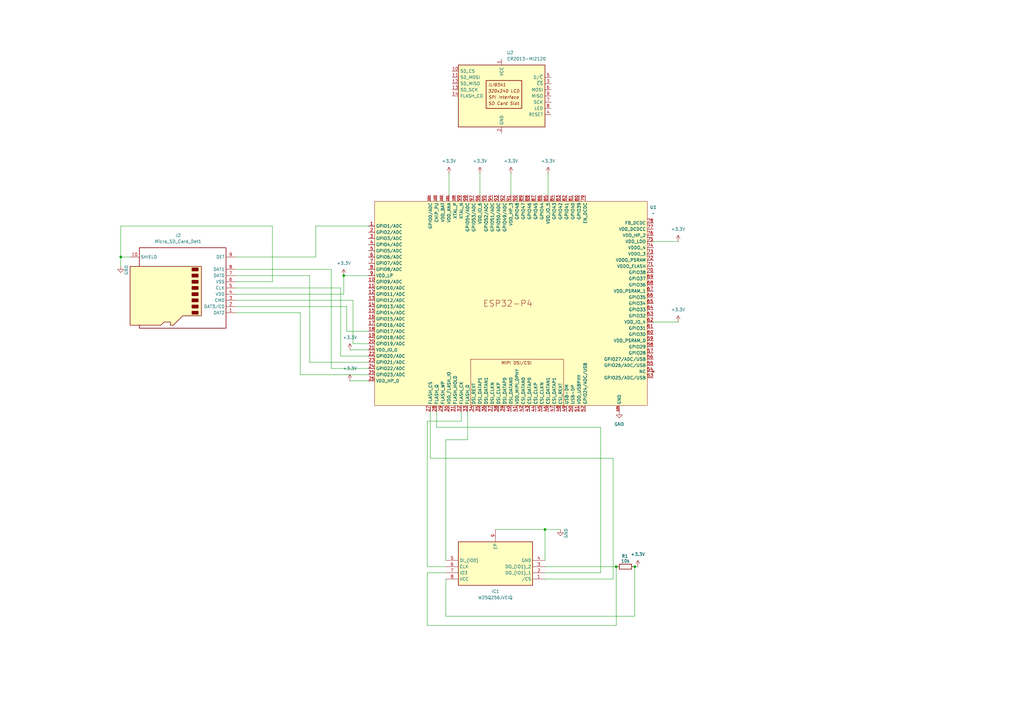
<source format=kicad_sch>
(kicad_sch (version 20250114) (generator "eeschema") (generator_version "9.0")
  (paper "A3")
  (lib_symbols
    (symbol "Connector:Micro_SD_Card_Det1"
      (property "Reference" "J" (at -16.51 17.78 0))
      (property "Value" "Micro_SD_Card_Det1" (at 16.51 17.78 0))
      (symbol "Micro_SD_Card_Det1_0_1"
        (polyline (pts (xy -8.89 -8.89) (xy -8.89 11.43) (xy -1.27 11.43) (xy 2.54 15.24) (xy 3.81 15.24) (xy 3.81 13.97) (xy 6.35 13.97) (xy 7.62 15.24) (xy 20.32 15.24) (xy 20.32 -8.89) (xy -8.89 -8.89)) (stroke (width 0.254)) (fill (type background)))
        (rectangle (start -7.62 10.795) (end -5.08 9.525) (stroke (width 0.254)) (fill (type outline)))
        (rectangle (start -7.62 8.255) (end -5.08 6.985) (stroke (width 0.254)) (fill (type outline)))
        (rectangle (start -7.62 5.715) (end -5.08 4.445) (stroke (width 0.254)) (fill (type outline)))
        (rectangle (start -7.62 3.175) (end -5.08 1.905) (stroke (width 0.254)) (fill (type outline)))
        (rectangle (start -7.62 0.635) (end -5.08 -0.635) (stroke (width 0.254)) (fill (type outline)))
        (rectangle (start -7.62 -1.905) (end -5.08 -3.175) (stroke (width 0.254)) (fill (type outline)))
        (rectangle (start -7.62 -4.445) (end -5.08 -5.715) (stroke (width 0.254)) (fill (type outline)))
        (rectangle (start -7.62 -6.985) (end -5.08 -8.255) (stroke (width 0.254)) (fill (type outline)))
        (polyline (pts (xy 16.51 15.24) (xy 16.51 16.51) (xy -19.05 16.51) (xy -19.05 -16.51) (xy 16.51 -16.51) (xy 16.51 -8.89)) (stroke (width 0.254)))
      )
      (symbol "Micro_SD_Card_Det1_1_1"
        (pin bidirectional line (at -22.86 10.16 0) (length 3.81) (name "DAT2") (number "1"))
        (pin bidirectional line (at -22.86 7.62 0) (length 3.81) (name "DAT3/CD") (number "2"))
        (pin input line (at -22.86 5.08 0) (length 3.81) (name "CMD") (number "3"))
        (pin power_in line (at -22.86 2.54 0) (length 3.81) (name "VDD") (number "4"))
        (pin input line (at -22.86 0 0) (length 3.81) (name "CLK") (number "5"))
        (pin power_in line (at -22.86 -2.54 0) (length 3.81) (name "VSS") (number "6"))
        (pin bidirectional line (at -22.86 -5.08 0) (length 3.81) (name "DAT0") (number "7"))
        (pin bidirectional line (at -22.86 -7.62 0) (length 3.81) (name "DAT1") (number "8"))
        (pin passive line (at -22.86 -12.7 0) (length 3.81) (name "DET") (number "9"))
        (pin passive line (at 20.32 -12.7 180) (length 3.81) (name "SHIELD") (number "10"))
      )
    )
    (symbol "Device:R" (pin_numbers (hide yes)) (pin_names (offset 0))
      (property "Reference" "R" (at 2.032 0 90))
      (property "Value" "R" (at 0 0 90))
      (symbol "R_0_1"
        (rectangle (start -1.016 -2.54) (end 1.016 2.54) (stroke (width 0.254)))
      )
      (symbol "R_1_1"
        (pin passive line (at 0 3.81 270) (length 1.27) (name "~") (number "1"))
        (pin passive line (at 0 -3.81 90) (length 1.27) (name "~") (number "2"))
      )
    )
    (symbol "Driver_Display:CR2013-MI2120" (pin_names (offset 0.762))
      (property "Reference" "U" (at -17.526 13.97 0))
      (property "Value" "CR2013-MI2120" (at 1.905 13.97 0))
      (symbol "CR2013-MI2120_0_0"
        (text "ILI9341" (at -5.461 4.572 0) (effects (font (size 1.27 1.27) (italic yes)) (justify left)))
        (text "SPI Interface" (at -5.461 -0.508 0) (effects (font (size 1.27 1.27) (italic yes)) (justify left)))
        (text "SD Card Slot" (at -5.461 -3.048 0) (effects (font (size 1.27 1.27) (italic yes)) (justify left)))
        (text "320x240 LCD" (at 0.889 2.032 0) (effects (font (size 1.27 1.27) (italic yes))))
      )
      (symbol "CR2013-MI2120_0_1"
        (rectangle (start -17.78 12.7) (end 17.78 -12.7) (stroke (width 0.254)) (fill (type background)))
        (rectangle (start -6.35 6.35) (end 8.255 -5.08) (stroke (width 0.254)))
      )
      (symbol "CR2013-MI2120_1_1"
        (pin input line (at -20.32 10.16 0) (length 2.54) (name "SD_CS") (number "10"))
        (pin input line (at -20.32 7.62 0) (length 2.54) (name "SD_MOSI") (number "11"))
        (pin output line (at -20.32 5.08 0) (length 2.54) (name "SD_MISO") (number "12"))
        (pin input line (at -20.32 2.54 0) (length 2.54) (name "SD_SCK") (number "13"))
        (pin input line (at -20.32 0 0) (length 2.54) (name "FLASH_CD") (number "14"))
        (pin power_in line (at 0 15.24 270) (length 2.54) (name "VCC") (number "1"))
        (pin power_in line (at 0 -15.24 90) (length 2.54) (name "GND") (number "2"))
        (pin input line (at 20.32 7.62 180) (length 2.54) (name "D/~{C}") (number "5"))
        (pin input line (at 20.32 5.08 180) (length 2.54) (name "~{CS}") (number "3"))
        (pin input line (at 20.32 2.54 180) (length 2.54) (name "MOSI") (number "6"))
        (pin output line (at 20.32 0 180) (length 2.54) (name "MISO") (number "9"))
        (pin input line (at 20.32 -2.54 180) (length 2.54) (name "SCK") (number "7"))
        (pin input line (at 20.32 -5.08 180) (length 2.54) (name "LED") (number "8"))
        (pin input line (at 20.32 -7.62 180) (length 2.54) (name "RESET") (number "4"))
      )
    )
    (symbol "PCM_Espressif:ESP32-P4"
      (property "Reference" "U" (at -54.61 43.688 0))
      (symbol "ESP32-P4_1_0"
        (polyline (pts (xy -4.5252 14.5008) (xy -4.7395 14.2776) (xy -4.9415 14.045) (xy -5.131 13.8036) (xy -5.3078 13.5539) (xy -5.4717 13.2963) (xy -5.6225 13.0315) (xy -5.7599 12.7599) (xy -5.8838 12.482) (xy -5.9939 12.1985) (xy -6.0901 11.9096) (xy -6.172 11.6161) (xy -6.2395 11.3184) (xy -6.2924 11.017) (xy -6.3305 10.7125) (xy -6.3535 10.4053) (xy -6.3612 10.096) (xy -6.3535 9.7867) (xy -6.3305 9.4795) (xy -6.2924 9.175) (xy -6.2395 8.8736) (xy -6.172 8.5759) (xy -6.0901 8.2824) (xy -5.9939 7.9936) (xy -5.8838 7.71) (xy -5.7599 7.4321) (xy -5.6225 7.1605) (xy -5.4717 6.8957) (xy -5.3078 6.6381) (xy -5.131 6.3884) (xy -4.9415 6.147) (xy -4.7395 5.9144) (xy -4.5252 5.6912) (xy -4.302 5.477) (xy -4.0694 5.275) (xy -3.828 5.0855) (xy -3.5783 4.9087) (xy -3.3208 4.7448) (xy -3.0559 4.594) (xy -2.7843 4.4565) (xy -2.5065 4.3326) (xy -2.2229 4.2225) (xy -1.9341 4.1264) (xy -1.6406 4.0444) (xy -1.3428 3.9769) (xy -1.0415 3.924) (xy -0.7369 3.886) (xy -0.4297 3.863) (xy -0.1204 3.8553) (xy 0.1889 3.863) (xy 0.496 3.886) (xy 0.8006 3.924) (xy 1.102 3.9769) (xy 1.3997 4.0444) (xy 1.6932 4.1264) (xy 1.982 4.2225) (xy 2.2656 4.3326) (xy 2.5435 4.4565) (xy 2.8151 4.594) (xy 3.0799 4.7448) (xy 3.3374 4.9087) (xy 3.5871 5.0855) (xy 3.8286 5.275) (xy 4.0611 5.477) (xy 4.2843 5.6912) (xy 4.6426 5.333) (xy 4.398 5.1039) (xy 4.1433 4.8884) (xy 3.8791 4.6866) (xy 3.6061 4.4988) (xy 3.3247 4.3252) (xy 3.0356 4.166) (xy 2.7394 4.0215) (xy 2.4365 3.8919) (xy 2.1276 3.7774) (xy 1.8132 3.6783) (xy 1.4939 3.5947) (xy 1.1704 3.5269) (xy 0.8431 3.4752) (xy 0.5126 3.4397) (xy 0.1795 3.4206) (xy -0.1557 3.4183) (xy -0.5004 3.427) (xy -0.8406 3.4528) (xy -1.1759 3.4953) (xy -1.5058 3.554) (xy -1.83 3.6286) (xy -2.148 3.7187) (xy -2.4594 3.8237) (xy -2.7638 3.9434) (xy -3.0608 4.0772) (xy -3.3499 4.2248) (xy -3.6308 4.3857) (xy -3.9029 4.5595) (xy -4.166 4.7459) (xy -4.4195 4.9443) (xy -4.663 5.1545) (xy -4.8962 5.3758) (xy -5.1186 5.6081) (xy -5.3298 5.8507) (xy -5.5294 6.1033) (xy -5.7169 6.3655) (xy -5.8919 6.6369) (xy -6.0541 6.9171) (xy -6.2029 7.2055) (xy -6.338 7.5019) (xy -6.459 7.8058) (xy -6.5654 8.1168) (xy -6.6568 8.4344) (xy -6.7328 8.7582) (xy -6.793 9.0879) (xy -6.837 9.423) (xy -6.8642 9.7631) (xy -6.8744 10.1077) (xy -6.8671 10.4411) (xy -6.8433 10.7723) (xy -6.8032 11.1006) (xy -6.7471 11.4256) (xy -6.6752 11.7466) (xy -6.5877 12.0632) (xy -6.4848 12.3747) (xy -6.3669 12.6806) (xy -6.234 12.9804) (xy -6.0865 13.2734) (xy -5.9246 13.5592) (xy -5.7485 13.8371) (xy -5.5585 14.1066) (xy -5.3547 14.3671) (xy -5.1374 14.6181) (xy -4.9069 14.8591) (xy -4.5252 14.5008)) (stroke (width -0.0001)) (fill (type color) (color 231 53 44 1)))
        (polyline (pts (xy -3.6305 7.4286) (xy -3.5877 7.4254) (xy -3.5453 7.4201) (xy -3.5033 7.4128) (xy -3.4618 7.4034) (xy -3.4208 7.3921) (xy -3.3806 7.3787) (xy -3.341 7.3635) (xy -3.3022 7.3463) (xy -3.2643 7.3272) (xy -3.2274 7.3063) (xy -3.1914 7.2836) (xy -3.1565 7.2591) (xy -3.1228 7.2328) (xy -3.0902 7.2048) (xy -3.059 7.1751) (xy -3.0293 7.1438) (xy -3.0013 7.1113) (xy -2.975 7.0776) (xy -2.9505 7.0427) (xy -2.9277 7.0067) (xy -2.9068 6.9697) (xy -2.8878 6.9318) (xy -2.8706 6.8931) (xy -2.8553 6.8535) (xy -2.842 6.8132) (xy -2.8306 6.7723) (xy -2.8213 6.7308) (xy -2.8139 6.6888) (xy -2.8087 6.6463) (xy -2.8055 6.6035) (xy -2.8044 6.5604) (xy -2.8069 6.495) (xy -2.8142 6.4305) (xy -2.8261 6.3673) (xy -2.8426 6.3056) (xy -2.8635 6.2455) (xy -2.8886 6.1873) (xy -2.9178 6.1313) (xy -2.9509 6.0775) (xy -2.9879 6.0263) (xy -3.0285 5.9779) (xy -3.0726 5.9324) (xy -3.1201 5.8902) (xy -3.1709 5.8513) (xy -3.2247 5.8161) (xy -3.2814 5.7847) (xy -3.341 5.7574) (xy -3.4024 5.7346) (xy -3.4648 5.7167) (xy -3.5277 5.7035) (xy -3.5911 5.6951) (xy -3.6546 5.6914) (xy -3.7179 5.6923) (xy -3.7809 5.6979) (xy -3.8432 5.7079) (xy -3.9046 5.7225) (xy -3.9649 5.7415) (xy -4.0238 5.7649) (xy -4.081 5.7926) (xy -4.1364 5.8246) (xy -4.1895 5.8608) (xy -4.2402 5.9012) (xy -4.2883 5.9458) (xy -4.3328 5.9938) (xy -4.3732 6.0446) (xy -4.4095 6.0977) (xy -4.4415 6.153) (xy -4.4692 6.2102) (xy -4.4926 6.2691) (xy -4.5116 6.3294) (xy -4.5261 6.3909) (xy -4.5362 6.4532) (xy -4.5417 6.5162) (xy -4.5427 6.5795) (xy -4.539 6.643) (xy -4.5305 6.7063) (xy -4.5174 6.7693) (xy -4.4995 6.8316) (xy -4.4767 6.8931) (xy -4.4635 6.9232) (xy -4.4493 6.9526) (xy -4.4341 6.9814) (xy -4.418 7.0094) (xy -4.4008 7.0367) (xy -4.3827 7.0632) (xy -4.3637 7.089) (xy -4.3439 7.1139) (xy -4.3232 7.1381) (xy -4.3016 7.1614) (xy -4.2793 7.1839) (xy -4.2562 7.2056) (xy -4.2323 7.2263) (xy -4.2077 7.2462) (xy -4.1825 7.2651) (xy -4.1565 7.2832) (xy -4.13 7.3002) (xy -4.1028 7.3163) (xy -4.0751 7.3314) (xy -4.0467 7.3455) (xy -4.0179 7.3586) (xy -3.9886 7.3706) (xy -3.9588 7.3816) (xy -3.9285 7.3915) (xy -3.8978 7.4003) (xy -3.8668 7.408) (xy -3.8353 7.4145) (xy -3.8036 7.4199) (xy -3.7715 7.4241) (xy -3.7391 7.4272) (xy -3.7065 7.429) (xy -3.6736 7.4296) (xy -3.6305 7.4286)) (stroke (width -0.0001)) (fill (type color) (color 231 53 44 1)))
        (polyline (pts (xy -3.618 12.6264) (xy -3.5535 12.6242) (xy -3.4891 12.6206) (xy -3.4247 12.6154) (xy -3.3605 12.6088) (xy -3.2964 12.6008) (xy -3.2324 12.5913) (xy -3.1686 12.5803) (xy -2.8758 12.5285) (xy -2.5881 12.464) (xy -2.3057 12.3871) (xy -2.0291 12.2981) (xy -1.7583 12.1973) (xy -1.4937 12.0851) (xy -1.2356 11.9618) (xy -0.9842 11.8278) (xy -0.7399 11.6832) (xy -0.5028 11.5285) (xy -0.2734 11.3639) (xy -0.0517 11.1898) (xy 0.1618 11.0066) (xy 0.3669 10.8144) (xy 0.5634 10.6137) (xy 0.7509 10.4048) (xy 0.9292 10.1879) (xy 1.098 9.9635) (xy 1.257 9.7317) (xy 1.4061 9.493) (xy 1.5447 9.2477) (xy 1.6728 8.996) (xy 1.7901 8.7384) (xy 1.8962 8.475) (xy 1.9909 8.2063) (xy 2.0739 7.9326) (xy 2.1449 7.6541) (xy 2.2037 7.3713) (xy 2.25 7.0843) (xy 2.2835 6.7936) (xy 2.3039 6.4995) (xy 2.311 6.2022) (xy 2.3098 6.0507) (xy 2.305 5.8994) (xy 2.2965 5.7483) (xy 2.2844 5.5975) (xy 2.2686 5.447) (xy 2.2492 5.2969) (xy 2.2261 5.1473) (xy 2.1994 4.9982) (xy 2.0925 4.9484) (xy 1.9845 4.9008) (xy 1.8757 4.8555) (xy 1.7659 4.8125) (xy 1.6553 4.7718) (xy 1.5438 4.7333) (xy 1.4315 4.6972) (xy 1.3185 4.6634) (xy 0.2965 4.9512) (xy 0.3243 5.0485) (xy 0.3496 5.1464) (xy 0.3725 5.2448) (xy 0.3928 5.3438) (xy 0.4107 5.4433) (xy 0.4261 5.5432) (xy 0.4389 5.6435) (xy 0.4492 5.7441) (xy 0.4666 5.9799) (xy 0.4719 6.2138) (xy 0.4656 6.4456) (xy 0.4477 6.6747) (xy 0.4187 6.901) (xy 0.3788 7.1242) (xy 0.3281 7.3438) (xy 0.267 7.5597) (xy 0.1958 7.7714) (xy 0.1146 7.9787) (xy 0.0237 8.1813) (xy -0.0765 8.3788) (xy -0.1859 8.5709) (xy -0.3042 8.7574) (xy -0.4311 8.9378) (xy -0.5665 9.112) (xy -0.7099 9.2795) (xy -0.8612 9.4401) (xy -1.0201 9.5934) (xy -1.1864 9.7391) (xy -1.3597 9.877) (xy -1.5399 10.0067) (xy -1.7267 10.1278) (xy -1.9199 10.2401) (xy -2.1191 10.3433) (xy -2.3241 10.437) (xy -2.5346 10.521) (xy -2.7505 10.5948) (xy -2.9714 10.6583) (xy -3.1971 10.7111) (xy -3.4274 10.7528) (xy -3.6619 10.7831) (xy -3.6793 10.7845) (xy -3.6967 10.7851) (xy -3.714 10.7847) (xy -3.7313 10.7835) (xy -3.7484 10.7814) (xy -3.7653 10.7785) (xy -3.7821 10.7748) (xy -3.7987 10.7702) (xy -3.815 10.7648) (xy -3.831 10.7586) (xy -3.8467 10.7516) (xy -3.8621 10.7438) (xy -3.8771 10.7353) (xy -3.8917 10.726) (xy -3.9059 10.7159) (xy -3.9196 10.7051) (xy -3.9328 10.6936) (xy -3.9453 10.6815) (xy -3.9571 10.6688) (xy -3.9683 10.6556) (xy -3.9788 10.6419) (xy -3.9885 10.6278) (xy -3.9975 10.6131) (xy -4.0058 10.5981) (xy -4.0133 10.5826) (xy -4.0201 10.5668) (xy -4.0261 10.5507) (xy -4.0312 10.5343) (xy -4.0356 10.5175) (xy -4.0391 10.5006) (xy -4.0418 10.4834) (xy -4.0436 10.466) (xy -4.0442 10.4485) (xy -4.044 10.4311) (xy -4.0429 10.414) (xy -4.041 10.397) (xy -4.0383 10.3803) (xy -4.0349 10.3638) (xy -4.0307 10.3475) (xy -4.0258 10.3316) (xy -4.0201 10.3159) (xy -4.0137 10.3006) (xy -4.0067 10.2857) (xy -3.999 10.2711) (xy -3.9907 10.2569) (xy -3.9817 10.2431) (xy -3.9721 10.2298) (xy -3.9619 10.2169) (xy -3.9511 10.2045) (xy -3.9398 10.1925) (xy -3.9279 10.1812) (xy -3.9156 10.1703) (xy -3.9027 10.16) (xy -3.8893 10.1503) (xy -3.8754 10.1412) (xy -3.8611 10.1328) (xy -3.8463 10.1249) (xy -3.8312 10.1178) (xy -3.8156 10.1113) (xy -3.7997 10.1056) (xy -3.7833 10.1006) (xy -3.7667 10.0963) (xy -3.7497 10.0928) (xy -3.7324 10.0901) (xy -3.5982 10.0737) (xy -3.4649 10.0526) (xy -3.3328 10.0268) (xy -3.2018 9.9964) (xy -3.0721 9.9615) (xy -2.9438 9.9222) (xy -2.8171 9.8783) (xy -2.6921 9.8301) (xy -2.5688 9.7775) (xy -2.4474 9.7206) (xy -2.3279 9.6594) (xy -2.2106 9.5941) (xy -2.0956 9.5245) (xy -1.9828 9.4509) (xy -1.8726 9.3732) (xy -1.7649 9.2914) (xy -1.5689 9.133) (xy -1.3849 8.9636) (xy -1.2132 8.7839) (xy -1.054 8.5945) (xy -0.9076 8.3962) (xy -0.7744 8.1897) (xy -0.6546 7.9756) (xy -0.5486 7.7546) (xy -0.4567 7.5274) (xy -0.3791 7.2946) (xy -0.3162 7.057) (xy -0.2682 6.8153) (xy -0.2355 6.5701) (xy -0.2184 6.3221) (xy -0.2171 6.072) (xy -0.232 5.8204) (xy -0.2379 5.8498) (xy -0.2474 5.7618) (xy -0.259 5.6741) (xy -0.2725 5.5868) (xy -0.2881 5.4998) (xy -0.3056 5.4133) (xy -0.325 5.3272) (xy -0.3464 5.2417) (xy -0.3698 5.1566) (xy -0.3951 5.0721) (xy -0.4223 4.9882) (xy -0.4514 4.9049) (xy -0.4825 4.8223) (xy -0.5154 4.7404) (xy -0.5502 4.6591) (xy -0.5869 4.5787) (xy -0.6255 4.499) (xy -0.7594 4.5091) (xy -0.8929 4.5226) (xy -1.026 4.5396) (xy -1.1586 4.56) (xy -1.2906 4.5837) (xy -1.422 4.6108) (xy -1.5527 4.6413) (xy -1.6827 4.6752) (xy -2.3874 5.1275) (xy -2.3483 5.1901) (xy -2.3116 5.2539) (xy -2.2773 5.3189) (xy -2.2455 5.3849) (xy -2.216 5.452) (xy -2.189 5.52) (xy -2.1645 5.5889) (xy -2.1425 5.6587) (xy -2.123 5.7291) (xy -2.106 5.8003) (xy -2.0916 5.872) (xy -2.0797 5.9443) (xy -2.0705 6.017) (xy -2.0639 6.0902) (xy -2.0599 6.1637) (xy -2.0585 6.2374) (xy -2.0607 6.3312) (xy -2.0669 6.424) (xy -2.0773 6.5157) (xy -2.0916 6.6063) (xy -2.1099 6.6956) (xy -2.1319 6.7836) (xy -2.1577 6.8701) (xy -2.1872 6.9551) (xy -2.2203 7.0384) (xy -2.2568 7.1199) (xy -2.2967 7.1996) (xy -2.34 7.2774) (xy -2.3865 7.3531) (xy -2.4362 7.4267) (xy -2.4889 7.498) (xy -2.5446 7.5669) (xy -2.6032 7.6334) (xy -2.6646 7.6974) (xy -2.7288 7.7587) (xy -2.7956 7.8172) (xy -2.865 7.873) (xy -2.9368 7.9257) (xy -3.0111 7.9754) (xy -3.0877 8.022) (xy -3.1665 8.0654) (xy -3.2474 8.1053) (xy -3.3304 8.1419) (xy -3.4154 8.1749) (xy -3.5023 8.2043) (xy -3.591 8.2299) (xy -3.6814 8.2516) (xy -3.7735 8.2695) (xy -3.8431 8.2786) (xy -3.9125 8.2887) (xy -3.9818 8.2998) (xy -4.0509 8.3118) (xy -4.1198 8.3248) (xy -4.1886 8.3387) (xy -4.2572 8.3535) (xy -4.3255 8.3693) (xy -4.4547 8.416) (xy -4.5798 8.4702) (xy -4.7006 8.5317) (xy -4.8168 8.6002) (xy -4.9283 8.6755) (xy -5.0346 8.7572) (xy -5.1356 8.845) (xy -5.231 8.9388) (xy -5.3205 9.0382) (xy -5.4038 9.143) (xy -5.4808 9.2528) (xy -5.551 9.3675) (xy -5.6144 9.4866) (xy -5.6705 9.61) (xy -5.7192 9.7374) (xy -5.7601 9.8685) (xy -5.7927 10.0018) (xy -5.8169 10.136) (xy -5.8326 10.2706) (xy -5.8399 10.4054) (xy -5.839 10.5398) (xy -5.8299 10.6736) (xy -5.8126 10.8064) (xy -5.7874 10.9378) (xy -5.7541 11.0673) (xy -5.7131 11.1948) (xy -5.6642 11.3197) (xy -5.6077 11.4417) (xy -5.5436 11.5604) (xy -5.4719 11.6755) (xy -5.3928 11.7865) (xy -5.3063 11.8932) (xy -5.2502 11.9547) (xy -5.192 12.014) (xy -5.1318 12.071) (xy -5.0696 12.1256) (xy -5.0055 12.1778) (xy -4.9396 12.2275) (xy -4.8719 12.2748) (xy -4.8026 12.3195) (xy -4.7316 12.3616) (xy -4.6592 12.4011) (xy -4.5852 12.4379) (xy -4.5099 12.472) (xy -4.4333 12.5033) (xy -4.3555 12.5319) (xy -4.2765 12.5575) (xy -4.1963 12.5803) (xy -4.1325 12.5913) (xy -4.0686 12.6008) (xy -4.0044 12.6088) (xy -3.9402 12.6154) (xy -3.8758 12.6206) (xy -3.8114 12.6242) (xy -3.7469 12.6264) (xy -3.6824 12.6271) (xy -3.618 12.6264)) (stroke (width -0.0001)) (fill (type color) (color 231 53 44 1)))
        (polyline (pts (xy -2.4888 15.0391) (xy -2.1257 14.9638) (xy -1.7681 14.8742) (xy -1.4164 14.7707) (xy -1.071 14.6535) (xy -0.732 14.523) (xy -0.3999 14.3795) (xy -0.075 14.2232) (xy 0.2426 14.0546) (xy 0.5523 13.8739) (xy 0.854 13.6814) (xy 1.1474 13.4774) (xy 1.7076 13.0362) (xy 2.2307 12.5528) (xy 2.714 12.0298) (xy 3.1552 11.4695) (xy 3.3592 11.1762) (xy 3.5517 10.8745) (xy 3.7324 10.5647) (xy 3.9011 10.2472) (xy 4.0573 9.9222) (xy 4.2008 9.5901) (xy 4.3313 9.2512) (xy 4.4485 8.9057) (xy 4.552 8.554) (xy 4.6416 8.1965) (xy 4.7169 7.8333) (xy 4.7777 7.4649) (xy 4.682 7.2953) (xy 4.581 7.1291) (xy 4.4747 6.9663) (xy 4.3632 6.807) (xy 4.2466 6.6514) (xy 4.1251 6.4997) (xy 3.9986 6.3518) (xy 3.8674 6.208) (xy 3.0275 6.208) (xy 3.0176 6.5755) (xy 2.9895 6.9381) (xy 2.9436 7.2955) (xy 2.8803 7.6471) (xy 2.8001 7.9925) (xy 2.7035 8.3313) (xy 2.5908 8.6631) (xy 2.4626 8.9873) (xy 2.3193 9.3035) (xy 2.1612 9.6113) (xy 1.989 9.9103) (xy 1.803 10.2) (xy 1.6037 10.4799) (xy 1.3915 10.7496) (xy 1.1669 11.0086) (xy 0.9303 11.2566) (xy 0.6821 11.493) (xy 0.4229 11.7174) (xy 0.153 11.9294) (xy -0.1271 12.1285) (xy -0.4169 12.3142) (xy -0.716 12.4862) (xy -1.0239 12.644) (xy -1.3403 12.787) (xy -1.6646 12.915) (xy -1.9964 13.0274) (xy -2.3353 13.1237) (xy -2.6808 13.2036) (xy -3.0325 13.2666) (xy -3.3899 13.3123) (xy -3.7525 13.3401) (xy -4.12 13.3497) (xy -4.12 14.1895) (xy -3.9763 14.3219) (xy -3.8282 14.4491) (xy -3.676 14.5711) (xy -3.5198 14.6879) (xy -3.3596 14.7992) (xy -3.1958 14.9051) (xy -3.0283 15.0053) (xy -2.8573 15.0998) (xy -2.4888 15.0391)) (stroke (width -0.0001)) (fill (type color) (color 231 53 44 1)))
        (polyline (pts (xy 0.0716 15.7459) (xy 0.3596 15.7254) (xy 0.6435 15.6907) (xy 0.9229 15.6421) (xy 1.1975 15.58) (xy 1.4668 15.5048) (xy 1.7305 15.4167) (xy 1.9883 15.3162) (xy 2.2398 15.2037) (xy 2.4847 15.0794) (xy 2.7225 14.9437) (xy 2.953 14.797) (xy 3.1757 14.6397) (xy 3.3903 14.4721) (xy 3.5964 14.2945) (xy 3.7938 14.1074) (xy 3.9819 13.911) (xy 4.1606 13.7058) (xy 4.3293 13.492) (xy 4.4878 13.2701) (xy 4.6357 13.0404) (xy 4.7726 12.8033) (xy 4.8981 12.5591) (xy 5.012 12.3082) (xy 5.1138 12.0509) (xy 5.2032 11.7876) (xy 5.2799 11.5187) (xy 5.3434 11.2445) (xy 5.3934 10.9653) (xy 5.4296 10.6816) (xy 5.4516 10.3937) (xy 5.459 10.1019) (xy 5.4548 9.9773) (xy 5.4517 9.9103) (xy 5.4473 9.8524) (xy 5.4417 9.8005) (xy 5.4349 9.7519) (xy 5.4268 9.7037) (xy 5.4173 9.6529) (xy 5.3943 9.5322) (xy 5.0185 9.3971) (xy 4.8209 9.9121) (xy 4.5958 10.4122) (xy 4.3441 10.8965) (xy 4.0667 11.3641) (xy 3.7645 11.8142) (xy 3.4385 12.2458) (xy 3.0894 12.658) (xy 2.7183 13.0499) (xy 2.326 13.4207) (xy 1.9135 13.7693) (xy 1.4815 14.0949) (xy 1.0312 14.3967) (xy 0.5632 14.6736) (xy 0.0787 14.9248) (xy -0.4216 15.1494) (xy -0.9368 15.3465) (xy -0.8076 15.7224) (xy -0.7349 15.7321) (xy -0.6621 15.7394) (xy -0.5892 15.7446) (xy -0.5161 15.7481) (xy -0.4428 15.7502) (xy -0.369 15.7513) (xy -0.2203 15.7517) (xy 0.0716 15.7459)) (stroke (width -0.0001)) (fill (type color) (color 231 53 44 1)))
        (pin bidirectional line (at -57.15 8.89 0) (length 2.54) (name "GPIO9/ADC") (number "10"))
        (pin bidirectional line (at -57.15 6.35 0) (length 2.54) (name "GPIO10/ADC") (number "11"))
        (pin bidirectional line (at -57.15 3.81 0) (length 2.54) (name "GPIO11/ADC") (number "12"))
        (pin bidirectional line (at -57.15 1.27 0) (length 2.54) (name "GPIO12/ADC") (number "13"))
        (pin bidirectional line (at -57.15 -1.27 0) (length 2.54) (name "GPIO13/ADC") (number "14"))
        (pin bidirectional line (at -57.15 -3.81 0) (length 2.54) (name "GPIO14/ADC") (number "15"))
        (pin bidirectional line (at -57.15 -6.35 0) (length 2.54) (name "GPIO15/ADC") (number "16"))
        (pin bidirectional line (at -57.15 -8.89 0) (length 2.54) (name "GPIO16/ADC") (number "17"))
        (pin bidirectional line (at -57.15 -11.43 0) (length 2.54) (name "GPIO17/ADC") (number "18"))
        (pin bidirectional line (at -57.15 -13.97 0) (length 2.54) (name "GPIO18/ADC") (number "19"))
        (pin bidirectional line (at -57.15 -16.51 0) (length 2.54) (name "GPIO19/ADC") (number "20"))
        (pin power_in line (at -57.15 -19.05 0) (length 2.54) (name "VDD_IO_0") (number "21"))
        (pin bidirectional line (at -57.15 -21.59 0) (length 2.54) (name "GPIO20/ADC") (number "22"))
        (pin bidirectional line (at -57.15 -24.13 0) (length 2.54) (name "GPIO21/ADC") (number "23"))
        (pin bidirectional line (at -57.15 -26.67 0) (length 2.54) (name "GPIO22/ADC") (number "24"))
        (pin bidirectional line (at -57.15 -29.21 0) (length 2.54) (name "GPIO23/ADC") (number "25"))
        (pin power_in line (at -57.15 -31.75 0) (length 2.54) (name "VDD_HP_0") (number "26"))
        (pin bidirectional line (at -31.75 44.45 270) (length 2.54) (name "GPIO0/ADC") (number "104"))
        (pin bidirectional line (at -31.75 -44.45 90) (length 2.54) (name "FLASH_CS") (number "27"))
        (pin input line (at -29.21 44.45 270) (length 2.54) (name "CHIP_PU") (number "103"))
        (pin bidirectional line (at -29.21 -44.45 90) (length 2.54) (name "FLASH_Q") (number "28"))
        (pin bidirectional line (at -26.67 44.45 270) (length 2.54) (name "VDD_BAT") (number "102"))
        (pin bidirectional line (at -26.67 -44.45 90) (length 2.54) (name "FLASH_WP") (number "29"))
        (pin bidirectional line (at -24.13 44.45 270) (length 2.54) (name "VDD_ANA") (number "101"))
        (pin power_in line (at -24.13 -44.45 90) (length 2.54) (name "VDD_FLASH_IO") (number "30"))
        (pin bidirectional line (at -21.59 44.45 270) (length 2.54) (name "XTAL_P") (number "100"))
        (pin bidirectional line (at -21.59 -44.45 90) (length 2.54) (name "FLASH_HOLD") (number "31"))
        (pin bidirectional line (at -19.05 44.45 270) (length 2.54) (name "XTAL_N") (number "99"))
        (pin bidirectional line (at -19.05 -44.45 90) (length 2.54) (name "FLASH_CK") (number "32"))
        (pin bidirectional line (at -16.51 44.45 270) (length 2.54) (name "GPIO54/ADC") (number "98"))
        (pin bidirectional line (at -16.51 -44.45 90) (length 2.54) (name "FLASH_D") (number "33"))
        (pin bidirectional line (at -13.97 44.45 270) (length 2.54) (name "GPIO53/ADC") (number "97"))
        (pin bidirectional line (at -13.97 -44.45 90) (length 2.54) (name "DSI_REXT") (number "34"))
        (pin power_in line (at -11.43 44.45 270) (length 2.54) (name "VDD_IO_6") (number "96"))
        (pin bidirectional line (at -11.43 -44.45 90) (length 2.54) (name "DSI_DATAP1") (number "35"))
        (pin bidirectional line (at -8.89 44.45 270) (length 2.54) (name "GPIO52/ADC") (number "95"))
        (pin bidirectional line (at -8.89 -44.45 90) (length 2.54) (name "DSI_DATAN1") (number "36"))
        (pin bidirectional line (at -6.35 44.45 270) (length 2.54) (name "GPIO51/ADC") (number "94"))
        (pin bidirectional line (at -6.35 -44.45 90) (length 2.54) (name "DSI_CLKN") (number "37"))
        (pin bidirectional line (at -3.81 44.45 270) (length 2.54) (name "GPIO50/ADC") (number "93"))
        (pin bidirectional line (at -3.81 -44.45 90) (length 2.54) (name "DSI_CLKP") (number "38"))
        (pin bidirectional line (at -1.27 44.45 270) (length 2.54) (name "GPIO49/ADC") (number "92"))
        (pin bidirectional line (at -1.27 -44.45 90) (length 2.54) (name "DSI_DATAP0") (number "39"))
        (pin power_in line (at 1.27 44.45 270) (length 2.54) (name "VDD_HP_3") (number "91"))
        (pin bidirectional line (at 1.27 -44.45 90) (length 2.54) (name "DSI_DATAN0") (number "40"))
        (pin bidirectional line (at 3.81 44.45 270) (length 2.54) (name "GPIO48") (number "90"))
        (pin power_in line (at 3.81 -44.45 90) (length 2.54) (name "VDD_MIPI_DPHY") (number "41"))
        (pin bidirectional line (at 6.35 44.45 270) (length 2.54) (name "GPIO47") (number "89"))
        (pin bidirectional line (at 6.35 -44.45 90) (length 2.54) (name "CSI_DATAN0") (number "42"))
        (pin bidirectional line (at 8.89 44.45 270) (length 2.54) (name "GPIO46") (number "88"))
        (pin bidirectional line (at 8.89 -44.45 90) (length 2.54) (name "CSI_DATAP0") (number "43"))
        (pin bidirectional line (at 11.43 44.45 270) (length 2.54) (name "GPIO45") (number "87"))
        (pin bidirectional line (at 11.43 -44.45 90) (length 2.54) (name "CSI_CLKP") (number "44"))
        (pin bidirectional line (at 13.97 44.45 270) (length 2.54) (name "GPIO44") (number "86"))
        (pin bidirectional line (at 13.97 -44.45 90) (length 2.54) (name "CSI_CLKN") (number "45"))
        (pin power_in line (at 16.51 44.45 270) (length 2.54) (name "VDD_IO_5") (number "85"))
        (pin bidirectional line (at 16.51 -44.45 90) (length 2.54) (name "CSI_DATAN1") (number "46"))
        (pin bidirectional line (at 19.05 44.45 270) (length 2.54) (name "GPIO43") (number "84"))
        (pin bidirectional line (at 19.05 -44.45 90) (length 2.54) (name "CSI_DATAP1") (number "47"))
        (pin bidirectional line (at 21.59 44.45 270) (length 2.54) (name "GPIO42") (number "83"))
        (pin bidirectional line (at 21.59 -44.45 90) (length 2.54) (name "CSI_REXT") (number "48"))
        (pin bidirectional line (at 24.13 44.45 270) (length 2.54) (name "GPIO41") (number "82"))
        (pin bidirectional line (at 24.13 -44.45 90) (length 2.54) (name "USB-DM") (number "49"))
        (pin bidirectional line (at 26.67 44.45 270) (length 2.54) (name "GPIO40") (number "81"))
        (pin bidirectional line (at 26.67 -44.45 90) (length 2.54) (name "USB-DP") (number "50"))
        (pin bidirectional line (at 29.21 44.45 270) (length 2.54) (name "GPIO39") (number "80"))
        (pin power_in line (at 29.21 -44.45 90) (length 2.54) (name "VDD_USBPHY") (number "51"))
        (pin output line (at 31.75 44.45 270) (length 2.54) (name "EN_DCDC") (number "79"))
        (pin bidirectional line (at 31.75 -44.45 90) (length 2.54) (name "GPIO24/ADC/USB") (number "52"))
        (pin power_in line (at 45.72 -44.45 90) (length 2.54) (name "GND") (number "105"))
        (pin bidirectional line (at 59.69 33.02 180) (length 2.54) (name "FB_DCDC") (number "78"))
        (pin power_in line (at 59.69 30.48 180) (length 2.54) (name "VDD_DCDCC") (number "77"))
        (pin power_in line (at 59.69 27.94 180) (length 2.54) (name "VDD_HP_2") (number "76"))
        (pin power_in line (at 59.69 25.4 180) (length 2.54) (name "VDD_LDO") (number "75"))
        (pin power_in line (at 59.69 22.86 180) (length 2.54) (name "VDDO_4") (number "74"))
        (pin power_in line (at 59.69 20.32 180) (length 2.54) (name "VDDO_3") (number "73"))
        (pin power_in line (at 59.69 17.78 180) (length 2.54) (name "VDDO_PSRAM") (number "72"))
        (pin power_in line (at 59.69 15.24 180) (length 2.54) (name "VDDO_FLASH") (number "71"))
        (pin bidirectional line (at 59.69 12.7 180) (length 2.54) (name "GPIO38") (number "70"))
        (pin bidirectional line (at 59.69 10.16 180) (length 2.54) (name "GPIO37") (number "69"))
        (pin bidirectional line (at 59.69 7.62 180) (length 2.54) (name "GPIO36") (number "68"))
        (pin power_in line (at 59.69 5.08 180) (length 2.54) (name "VDD_PSRAM_1") (number "67"))
        (pin bidirectional line (at 59.69 2.54 180) (length 2.54) (name "GPIO35") (number "66"))
        (pin bidirectional line (at 59.69 0 180) (length 2.54) (name "GPIO34") (number "65"))
        (pin bidirectional line (at 59.69 -2.54 180) (length 2.54) (name "GPIO33") (number "64"))
        (pin bidirectional line (at 59.69 -5.08 180) (length 2.54) (name "GPIO32") (number "63"))
        (pin power_in line (at 59.69 -7.62 180) (length 2.54) (name "VDD_IO_4") (number "62"))
        (pin bidirectional line (at 59.69 -10.16 180) (length 2.54) (name "GPIO31") (number "61"))
        (pin bidirectional line (at 59.69 -12.7 180) (length 2.54) (name "GPIO30") (number "60"))
        (pin power_in line (at 59.69 -15.24 180) (length 2.54) (name "VDD_PSRAM_0") (number "59"))
        (pin bidirectional line (at 59.69 -17.78 180) (length 2.54) (name "GPIO29") (number "58"))
        (pin bidirectional line (at 59.69 -20.32 180) (length 2.54) (name "GPIO28") (number "57"))
        (pin bidirectional line (at 59.69 -22.86 180) (length 2.54) (name "GPIO27/ADC/USB") (number "56"))
        (pin bidirectional line (at 59.69 -25.4 180) (length 2.54) (name "GPIO26/ADC/USB") (number "55"))
        (pin no_connect line (at 59.69 -27.94 180) (length 2.54) (name "NC") (number "54"))
        (pin bidirectional line (at 59.69 -30.48 180) (length 2.54) (name "GPIO25/ADC/USB") (number "53"))
      )
      (symbol "ESP32-P4_1_1"
        (rectangle (start -54.61 41.91) (end 57.15 -41.91) (fill (type background)))
        (rectangle (start -15.24 -22.86) (end 22.86 -41.91))
        (text "ESP32-P4" (at 0 0 0) (effects (font (size 2.54 2.54))))
        (text "MIPI DSI/CSI" (at 3.556 -24.384 0) (effects (font (size 1.27 1.27))))
        (pin bidirectional line (at -57.15 31.75 0) (length 2.54) (name "GPIO1/ADC") (number "1"))
        (pin bidirectional line (at -57.15 29.21 0) (length 2.54) (name "GPIO2/ADC") (number "2"))
        (pin bidirectional line (at -57.15 26.67 0) (length 2.54) (name "GPIO3/ADC") (number "3"))
        (pin bidirectional line (at -57.15 24.13 0) (length 2.54) (name "GPIO4/ADC") (number "4"))
        (pin bidirectional line (at -57.15 21.59 0) (length 2.54) (name "GPIO5/ADC") (number "5"))
        (pin bidirectional line (at -57.15 19.05 0) (length 2.54) (name "GPIO6/ADC") (number "6"))
        (pin bidirectional line (at -57.15 16.51 0) (length 2.54) (name "GPIO7/ADC") (number "7"))
        (pin bidirectional line (at -57.15 13.97 0) (length 2.54) (name "GPIO8/ADC") (number "8"))
        (pin power_in line (at -57.15 11.43 0) (length 2.54) (name "VDD_LP") (number "9"))
      )
    )
    (symbol "PCM_W25Q256JVEIQ:W25Q256JVEIQ"
      (property "Reference" "IC" (at 36.83 7.62 0))
      (property "Value" "W25Q256JVEIQ" (at 36.83 5.08 0))
      (symbol "W25Q256JVEIQ_1_1"
        (rectangle (start 5.08 2.54) (end 35.56 -15.24) (stroke (width 0.254)) (fill (type background)))
        (pin passive line (at 0 0 0) (length 5.08) (name "/CS") (number "1"))
        (pin passive line (at 0 -2.54 0) (length 5.08) (name "DO_(IO1)_1") (number "2"))
        (pin passive line (at 0 -5.08 0) (length 5.08) (name "DO_(IO1)_2") (number "3"))
        (pin passive line (at 0 -7.62 0) (length 5.08) (name "GND") (number "4"))
        (pin passive line (at 20.32 -20.32 90) (length 5.08) (name "EP") (number "9"))
        (pin passive line (at 40.64 0 180) (length 5.08) (name "VCC") (number "8"))
        (pin passive line (at 40.64 -2.54 180) (length 5.08) (name "IO3") (number "7"))
        (pin passive line (at 40.64 -5.08 180) (length 5.08) (name "CLK") (number "6"))
        (pin passive line (at 40.64 -7.62 180) (length 5.08) (name "DI_(IO0)") (number "5"))
      )
    )
    (symbol "power:+3.3V" (power) (pin_numbers (hide yes)) (pin_names (offset 0) (hide yes))
      (property "Value" "+3.3V" (at 0 3.556 0))
      (symbol "+3.3V_0_1"
        (polyline (pts (xy -0.762 1.27) (xy 0 2.54)))
        (polyline (pts (xy 0 2.54) (xy 0.762 1.27)))
        (polyline (pts (xy 0 0) (xy 0 2.54)))
      )
      (symbol "+3.3V_1_1"
        (pin power_in line (at 0 0 90) (length 0) (name "~") (number "1"))
      )
    )
    (symbol "power:GND" (power) (pin_numbers (hide yes)) (pin_names (offset 0) (hide yes))
      (property "Value" "GND" (at 0 -3.81 0))
      (symbol "GND_0_1"
        (polyline (pts (xy 0 0) (xy 0 -1.27) (xy 1.27 -1.27) (xy 0 -2.54) (xy -1.27 -1.27) (xy 0 -1.27)))
      )
      (symbol "GND_1_1"
        (pin power_in line (at 0 0 270) (length 0) (name "~") (number "1"))
      )
    )
  )
  (junction (at 223.52 217.17))
  (junction (at 260.35 232.41))
  (junction (at 140.97 113.03))
  (junction (at 252.73 232.41))
  (junction (at 49.53 105.41))
  (wire (pts (xy 223.52 232.41) (xy 252.73 232.41)))
  (wire (pts (xy 251.46 187.96) (xy 176.53 187.96)))
  (wire (pts (xy 223.52 217.17) (xy 223.52 229.87)))
  (wire (pts (xy 123.19 153.67) (xy 151.13 153.67)))
  (wire (pts (xy 209.55 71.12) (xy 209.55 80.01)))
  (wire (pts (xy 143.51 156.21) (xy 151.13 156.21)))
  (wire (pts (xy 175.26 234.95) (xy 175.26 256.54)))
  (wire (pts (xy 191.77 180.34) (xy 191.77 168.91)))
  (wire (pts (xy 127 148.59) (xy 151.13 148.59)))
  (wire (pts (xy 224.79 71.12) (xy 224.79 80.01)))
  (wire (pts (xy 184.15 71.12) (xy 184.15 80.01)))
  (wire (pts (xy 96.52 125.73) (xy 142.24 125.73)))
  (wire (pts (xy 182.88 234.95) (xy 175.26 234.95)))
  (wire (pts (xy 123.19 128.27) (xy 123.19 153.67)))
  (wire (pts (xy 49.53 105.41) (xy 53.34 105.41)))
  (wire (pts (xy 182.88 229.87) (xy 182.88 180.34)))
  (wire (pts (xy 96.52 128.27) (xy 123.19 128.27)))
  (wire (pts (xy 111.76 115.57) (xy 111.76 92.71)))
  (wire (pts (xy 203.2 217.17) (xy 223.52 217.17)))
  (wire (pts (xy 139.7 146.05) (xy 151.13 146.05)))
  (wire (pts (xy 96.52 118.11) (xy 139.7 118.11)))
  (wire (pts (xy 175.26 172.72) (xy 189.23 172.72)))
  (wire (pts (xy 182.88 180.34) (xy 191.77 180.34)))
  (wire (pts (xy 135.89 110.49) (xy 135.89 151.13)))
  (wire (pts (xy 96.52 113.03) (xy 127 113.03)))
  (wire (pts (xy 267.97 132.08) (xy 278.13 132.08)))
  (wire (pts (xy 267.97 99.06) (xy 278.13 99.06)))
  (wire (pts (xy 260.35 252.73) (xy 260.35 232.41)))
  (wire (pts (xy 143.51 143.51) (xy 151.13 143.51)))
  (wire (pts (xy 96.52 115.57) (xy 111.76 115.57)))
  (wire (pts (xy 140.97 113.03) (xy 151.13 113.03)))
  (wire (pts (xy 176.53 187.96) (xy 176.53 168.91)))
  (wire (pts (xy 135.89 151.13) (xy 151.13 151.13)))
  (wire (pts (xy 127 113.03) (xy 127 148.59)))
  (wire (pts (xy 96.52 105.41) (xy 129.54 105.41)))
  (wire (pts (xy 246.38 175.26) (xy 179.07 175.26)))
  (wire (pts (xy 182.88 237.49) (xy 182.88 252.73)))
  (wire (pts (xy 252.73 256.54) (xy 252.73 232.41)))
  (wire (pts (xy 140.97 120.65) (xy 140.97 113.03)))
  (wire (pts (xy 142.24 125.73) (xy 142.24 135.89)))
  (wire (pts (xy 49.53 109.22) (xy 49.53 105.41)))
  (wire (pts (xy 196.85 71.12) (xy 196.85 80.01)))
  (wire (pts (xy 96.52 123.19) (xy 144.78 123.19)))
  (wire (pts (xy 223.52 237.49) (xy 251.46 237.49)))
  (wire (pts (xy 251.46 237.49) (xy 251.46 187.96)))
  (wire (pts (xy 144.78 140.97) (xy 151.13 140.97)))
  (wire (pts (xy 246.38 234.95) (xy 246.38 175.26)))
  (wire (pts (xy 175.26 256.54) (xy 252.73 256.54)))
  (wire (pts (xy 175.26 232.41) (xy 175.26 172.72)))
  (wire (pts (xy 96.52 110.49) (xy 135.89 110.49)))
  (wire (pts (xy 129.54 92.71) (xy 151.13 92.71)))
  (wire (pts (xy 144.78 123.19) (xy 144.78 140.97)))
  (wire (pts (xy 139.7 118.11) (xy 139.7 146.05)))
  (wire (pts (xy 229.87 217.17) (xy 223.52 217.17)))
  (wire (pts (xy 96.52 120.65) (xy 140.97 120.65)))
  (wire (pts (xy 182.88 252.73) (xy 260.35 252.73)))
  (wire (pts (xy 129.54 105.41) (xy 129.54 92.71)))
  (wire (pts (xy 261.62 232.41) (xy 260.35 232.41)))
  (wire (pts (xy 223.52 234.95) (xy 246.38 234.95)))
  (wire (pts (xy 182.88 232.41) (xy 175.26 232.41)))
  (wire (pts (xy 49.53 92.71) (xy 49.53 105.41)))
  (wire (pts (xy 189.23 172.72) (xy 189.23 168.91)))
  (wire (pts (xy 142.24 135.89) (xy 151.13 135.89)))
  (wire (pts (xy 111.76 92.71) (xy 49.53 92.71)))
  (wire (pts (xy 179.07 175.26) (xy 179.07 168.91)))
  (symbol (lib_id "power:+3.3V") (at 261.62 232.41 0) (unit 1)
    (property "Reference" "#PWR02" (effects (hide yes)))
    (property "Value" "+3.3V" (at 261.62 227.33 0))
    (property "Description" "Power symbol creates a global label with name \"+3.3V\"" (effects (hide yes)))
  )
  (symbol (lib_id "power:+3.3V") (at 184.15 71.12 0) (unit 1)
    (property "Reference" "#PWR08" (effects (hide yes)))
    (property "Value" "+3.3V" (at 184.15 66.04 0))
    (property "Description" "Power symbol creates a global label with name \"+3.3V\"" (effects (hide yes)))
  )
  (symbol (lib_id "power:+3.3V") (at 143.51 156.21 0) (unit 1)
    (property "Reference" "#PWR05" (effects (hide yes)))
    (property "Value" "+3.3V" (at 143.51 151.13 0))
    (property "Description" "Power symbol creates a global label with name \"+3.3V\"" (effects (hide yes)))
  )
  (symbol (lib_id "power:+3.3V") (at 209.55 71.12 0) (unit 1)
    (property "Reference" "#PWR010" (effects (hide yes)))
    (property "Value" "+3.3V" (at 209.55 66.04 0))
    (property "Description" "Power symbol creates a global label with name \"+3.3V\"" (effects (hide yes)))
  )
  (symbol (lib_id "PCM_Espressif:ESP32-P4") (at 208.28 124.46 0) (unit 1)
    (property "Reference" "U1" (at 267.97 85.0198 0))
    (property "Value" "~" (at 267.97 87.5598 0))
    (property "Footprint" "PCM_Espressif:ESP32-P4" (effects (hide yes)))
    (property "Description" "High-performance MCU with one RISC-V 32-bit dual-core microprocessor and one single-core microprocessor" (effects (hide yes)))
  )
  (symbol (lib_id "PCM_W25Q256JVEIQ:W25Q256JVEIQ") (at 223.52 237.49 180) (unit 1)
    (property "Reference" "IC1" (at 203.2 242.57 0))
    (property "Value" "W25Q256JVEIQ" (at 203.2 245.11 0))
    (property "Footprint" "PCM_SamacSys_Parts:SON127P800X600X80-9N-D" (effects (hide yes)))
    (property "Datasheet" "https://www.winbond.com/hq/search-resource-file.jsp?partNo=W25Q256JVEIQ&type=datasheet" (effects (hide yes)))
    (property "Description" "256M-bit Serial Flash Memory with uniform 4KB sectors and Dual/Quad SPI" (effects (hide yes)))
    (property "Height" "0.8" (effects (hide yes)))
    (property "Mouser Part Number" "454-W25Q256JVEIQ" (effects (hide yes)))
    (property "Mouser Price/Stock" "https://www.mouser.co.uk/ProductDetail/Winbond/W25Q256JVEIQ?qs=qSfuJ%252Bfl%2Fd4o%2FNFUf7yCgA%3D%3D" (effects (hide yes)))
    (property "Manufacturer_Name" "Winbond" (effects (hide yes)))
    (property "Manufacturer_Part_Number" "W25Q256JVEIQ" (effects (hide yes)))
  )
  (symbol (lib_id "Connector:Micro_SD_Card_Det1") (at 73.66 118.11 180) (unit 1)
    (property "Reference" "J2" (at 73.025 96.52 0))
    (property "Value" "Micro_SD_Card_Det1" (at 73.025 99.06 0))
    (property "Datasheet" "https://datasheet.lcsc.com/lcsc/2110151630_XKB-Connectivity-XKTF-015-N_C381082.pdf" (effects (hide yes)))
    (property "Description" "Micro SD Card Socket with one card detection pin" (effects (hide yes)))
  )
  (symbol (lib_id "power:GND") (at 229.87 217.17 0) (unit 1)
    (property "Reference" "#PWR03" (effects (hide yes)))
    (property "Value" "GND" (at 232.156 216.662 90) (effects (justify right)))
    (property "Description" "Power symbol creates a global label with name \"GND\" , ground" (effects (hide yes)))
  )
  (symbol (lib_id "power:+3.3V") (at 143.51 143.51 0) (unit 1)
    (property "Reference" "#PWR06" (effects (hide yes)))
    (property "Value" "+3.3V" (at 143.51 138.43 0))
    (property "Description" "Power symbol creates a global label with name \"+3.3V\"" (effects (hide yes)))
  )
  (symbol (lib_id "power:+3.3V") (at 278.13 99.06 0) (unit 1)
    (property "Reference" "#PWR012" (effects (hide yes)))
    (property "Value" "+3.3V" (at 278.13 93.98 0))
    (property "Description" "Power symbol creates a global label with name \"+3.3V\"" (effects (hide yes)))
  )
  (symbol (lib_id "power:+3.3V") (at 140.97 113.03 0) (unit 1)
    (property "Reference" "#PWR07" (effects (hide yes)))
    (property "Value" "+3.3V" (at 140.97 107.95 0))
    (property "Description" "Power symbol creates a global label with name \"+3.3V\"" (effects (hide yes)))
  )
  (symbol (lib_id "power:GND") (at 49.53 109.22 0) (unit 1)
    (property "Reference" "#PWR01" (effects (hide yes)))
    (property "Value" "GND" (at 51.816 108.712 90) (effects (justify right)))
    (property "Description" "Power symbol creates a global label with name \"GND\" , ground" (effects (hide yes)))
  )
  (symbol (lib_id "power:GND") (at 254 168.91 0) (unit 1)
    (property "Reference" "#PWR04" (effects (hide yes)))
    (property "Value" "GND" (at 254 173.99 0))
    (property "Description" "Power symbol creates a global label with name \"GND\" , ground" (effects (hide yes)))
  )
  (symbol (lib_id "Device:R") (at 256.54 232.41 90) (unit 1)
    (property "Reference" "R1" (at 256.286 228.092 90))
    (property "Value" "10k" (at 256.54 230.124 90))
    (property "Footprint" "Resistor_SMD:R_0603_1608Metric" (effects (hide yes)))
    (property "Description" "Resistor" (effects (hide yes)))
  )
  (symbol (lib_id "Driver_Display:CR2013-MI2120") (at 205.74 39.37 0) (unit 1)
    (property "Reference" "U2" (at 207.8833 21.59 0) (effects (justify left)))
    (property "Value" "CR2013-MI2120" (at 207.8833 24.13 0) (effects (justify left)))
    (property "Footprint" "Display:CR2013-MI2120" (effects (hide yes)))
    (property "Datasheet" "http://pan.baidu.com/s/11Y990" (effects (hide yes)))
    (property "Description" "ILI9341 controller, SPI TFT LCD Display, 9-pin breakout PCB, 4-pin SD card interface, 5V/3.3V" (effects (hide yes)))
  )
  (symbol (lib_id "power:+3.3V") (at 278.13 132.08 0) (unit 1)
    (property "Reference" "#PWR013" (effects (hide yes)))
    (property "Value" "+3.3V" (at 278.13 127 0))
    (property "Description" "Power symbol creates a global label with name \"+3.3V\"" (effects (hide yes)))
  )
  (symbol (lib_id "power:+3.3V") (at 196.85 71.12 0) (unit 1)
    (property "Reference" "#PWR09" (effects (hide yes)))
    (property "Value" "+3.3V" (at 196.85 66.04 0))
    (property "Description" "Power symbol creates a global label with name \"+3.3V\"" (effects (hide yes)))
  )
  (symbol (lib_id "power:+3.3V") (at 224.79 71.12 0) (unit 1)
    (property "Reference" "#PWR011" (effects (hide yes)))
    (property "Value" "+3.3V" (at 224.79 66.04 0))
    (property "Description" "Power symbol creates a global label with name \"+3.3V\"" (effects (hide yes)))
  )
)
</source>
